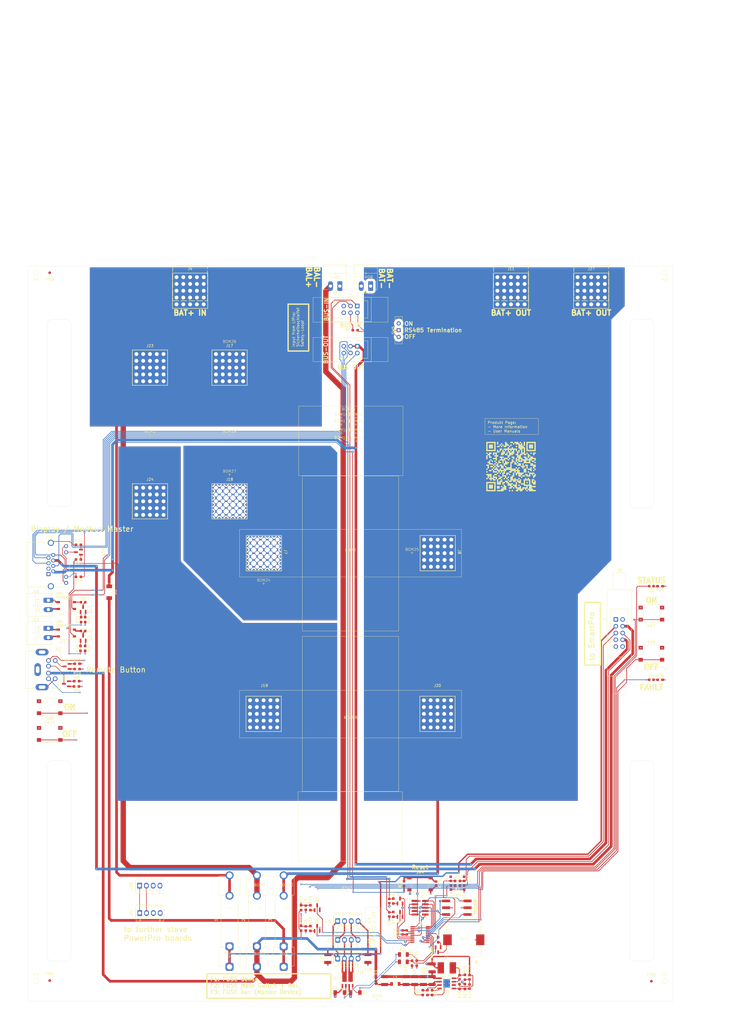
<source format=kicad_pcb>
(kicad_pcb
	(version 20241229)
	(generator "pcbnew")
	(generator_version "9.0")
	(general
		(thickness 1.627)
		(legacy_teardrops no)
	)
	(paper "A2" portrait)
	(layers
		(0 "F.Cu" signal)
		(4 "In1.Cu" signal)
		(6 "In2.Cu" signal)
		(8 "In3.Cu" signal)
		(10 "In4.Cu" signal)
		(2 "B.Cu" signal)
		(9 "F.Adhes" user "F.Adhesive")
		(11 "B.Adhes" user "B.Adhesive")
		(13 "F.Paste" user)
		(15 "B.Paste" user)
		(5 "F.SilkS" user "F.Silkscreen")
		(7 "B.SilkS" user "B.Silkscreen")
		(1 "F.Mask" user)
		(3 "B.Mask" user)
		(17 "Dwgs.User" user "User.Drawings")
		(19 "Cmts.User" user "User.Comments")
		(21 "Eco1.User" user "User.Eco1")
		(23 "Eco2.User" user "User.Eco2")
		(25 "Edge.Cuts" user)
		(27 "Margin" user)
		(31 "F.CrtYd" user "F.Courtyard")
		(29 "B.CrtYd" user "B.Courtyard")
		(35 "F.Fab" user)
		(33 "B.Fab" user)
		(39 "User.1" user)
		(41 "User.2" user)
		(43 "User.3" user)
		(45 "User.4" user)
		(47 "User.5" user)
		(49 "User.6" user)
		(51 "User.7" user)
		(53 "User.8" user)
		(55 "User.9" user)
	)
	(setup
		(stackup
			(layer "F.SilkS"
				(type "Top Silk Screen")
			)
			(layer "F.Paste"
				(type "Top Solder Paste")
			)
			(layer "F.Mask"
				(type "Top Solder Mask")
				(thickness 0.01)
			)
			(layer "F.Cu"
				(type "copper")
				(thickness 0.07)
			)
			(layer "dielectric 1"
				(type "prepreg")
				(thickness 0.1)
				(material "FR4")
				(epsilon_r 4.5)
				(loss_tangent 0.02)
			)
			(layer "In1.Cu"
				(type "copper")
				(thickness 0.07)
			)
			(layer "dielectric 2"
				(type "core")
				(thickness 0.4785)
				(material "FR4")
				(epsilon_r 4.5)
				(loss_tangent 0.02)
			)
			(layer "In2.Cu"
				(type "copper")
				(thickness 0.07)
			)
			(layer "dielectric 3"
				(type "prepreg")
				(thickness 0.1)
				(material "FR4")
				(epsilon_r 4.5)
				(loss_tangent 0.02)
			)
			(layer "In3.Cu"
				(type "copper")
				(thickness 0.035)
			)
			(layer "dielectric 4"
				(type "core")
				(thickness 0.4785)
				(material "FR4")
				(epsilon_r 4.5)
				(loss_tangent 0.02)
			)
			(layer "In4.Cu"
				(type "copper")
				(thickness 0.035)
			)
			(layer "dielectric 5"
				(type "prepreg")
				(thickness 0.1)
				(material "FR4")
				(epsilon_r 4.5)
				(loss_tangent 0.02)
			)
			(layer "B.Cu"
				(type "copper")
				(thickness 0.07)
			)
			(layer "B.Mask"
				(type "Bottom Solder Mask")
				(thickness 0.01)
			)
			(layer "B.Paste"
				(type "Bottom Solder Paste")
			)
			(layer "B.SilkS"
				(type "Bottom Silk Screen")
			)
			(copper_finish "None")
			(dielectric_constraints no)
		)
		(pad_to_mask_clearance 0)
		(allow_soldermask_bridges_in_footprints no)
		(tenting front back)
		(aux_axis_origin 52.5 120)
		(grid_origin 173 120)
		(pcbplotparams
			(layerselection 0x00000000_00000000_55555555_5755f5ff)
			(plot_on_all_layers_selection 0x00000000_00000000_00000000_00000000)
			(disableapertmacros no)
			(usegerberextensions no)
			(usegerberattributes yes)
			(usegerberadvancedattributes yes)
			(creategerberjobfile yes)
			(dashed_line_dash_ratio 12.000000)
			(dashed_line_gap_ratio 3.000000)
			(svgprecision 4)
			(plotframeref no)
			(mode 1)
			(useauxorigin no)
			(hpglpennumber 1)
			(hpglpenspeed 20)
			(hpglpendiameter 15.000000)
			(pdf_front_fp_property_popups yes)
			(pdf_back_fp_property_popups yes)
			(pdf_metadata yes)
			(pdf_single_document no)
			(dxfpolygonmode yes)
			(dxfimperialunits yes)
			(dxfusepcbnewfont yes)
			(psnegative no)
			(psa4output no)
			(plot_black_and_white yes)
			(plotinvisibletext no)
			(sketchpadsonfab no)
			(plotpadnumbers no)
			(hidednponfab no)
			(sketchdnponfab yes)
			(crossoutdnponfab yes)
			(subtractmaskfromsilk no)
			(outputformat 1)
			(mirror no)
			(drillshape 1)
			(scaleselection 1)
			(outputdirectory "")
		)
	)
	(net 0 "")
	(net 1 "GND")
	(net 2 "Net-(J10-Pin_3)")
	(net 3 "VCC")
	(net 4 "Net-(Q3-B)")
	(net 5 "/RESET")
	(net 6 "/SET")
	(net 7 "/Ub_FUSED")
	(net 8 "Net-(D3-K)")
	(net 9 "Net-(SW5-A)")
	(net 10 "/BMS_OK")
	(net 11 "Net-(U2-VIN)")
	(net 12 "Net-(U2-BST)")
	(net 13 "Net-(U2-SW)")
	(net 14 "Net-(C14-Pad1)")
	(net 15 "Net-(Q4-B)")
	(net 16 "Net-(U2-FB)")
	(net 17 "/B")
	(net 18 "/A")
	(net 19 "Net-(J10-Pin_2)")
	(net 20 "/BTN_ON")
	(net 21 "/BTN_OFF")
	(net 22 "/control/SWCLK")
	(net 23 "Net-(J12-~{RESET})")
	(net 24 "Net-(Q5-B)")
	(net 25 "/control/SWDIO")
	(net 26 "unconnected-(J12-KEY-Pad7)")
	(net 27 "Net-(Q1-B)")
	(net 28 "/LVP")
	(net 29 "/OVP")
	(net 30 "Net-(Q2-B)")
	(net 31 "Net-(Q6-B)")
	(net 32 "/LED_ERROR")
	(net 33 "/LED_ON")
	(net 34 "Net-(U2-EN{slash}UVLO)")
	(net 35 "Net-(U2-RON)")
	(net 36 "/BMS_OK_PROTECTED")
	(net 37 "/control/R2")
	(net 38 "/control/R1")
	(net 39 "/control/BTN_OFF")
	(net 40 "/control/BTN_ON")
	(net 41 "Net-(BZ1--)")
	(net 42 "Net-(Q8-B)")
	(net 43 "Net-(U1-PA9{slash}PA11)")
	(net 44 "Net-(U1-PC14)")
	(net 45 "Net-(U1-PC15)")
	(net 46 "unconnected-(U2-PGOOD-Pad6)")
	(net 47 "/~{OC_FAULT}")
	(net 48 "/LVP_IN")
	(net 49 "/OVP_IN")
	(net 50 "Net-(D4-K)")
	(net 51 "Net-(D5-K)")
	(net 52 "/control/RELAIS_RESET")
	(net 53 "/control/RELAIS_SET")
	(net 54 "unconnected-(J3-Pin_5-Pad5)")
	(net 55 "unconnected-(J3-Pin_6-Pad6)")
	(net 56 "Net-(J13-Pad10)")
	(net 57 "Net-(Q14-C)")
	(net 58 "/BAT+_IN")
	(net 59 "Net-(J9-Pin_3)")
	(net 60 "/BAT+_SI")
	(net 61 "/BAT+_OUT")
	(net 62 "unconnected-(J9-Pin_7-Pad7)")
	(net 63 "/B_OUT")
	(net 64 "/A_OUT")
	(net 65 "/GND_OUT")
	(net 66 "/+5V_OUT")
	(net 67 "Net-(D6-A)")
	(net 68 "/~{OC_FAULT_PROTECTED}")
	(net 69 "/VCC_FROM_EASY_SWITCH")
	(net 70 "unconnected-(SW5-C-Pad2)")
	(net 71 "Net-(D7-A)")
	(net 72 "Net-(D8-A)")
	(net 73 "Net-(D6-K)")
	(net 74 "Net-(D7-K)")
	(net 75 "Net-(D8-K)")
	(net 76 "Net-(J15-Pin_2)")
	(net 77 "Net-(J15-Pin_1)")
	(net 78 "Net-(J16-Pin_1)")
	(net 79 "Net-(J16-Pin_2)")
	(net 80 "Net-(Q1-C)")
	(net 81 "Net-(Q4-C)")
	(net 82 "Net-(Q1-E)")
	(net 83 "Net-(Q4-E)")
	(net 84 "Net-(Q9-E)")
	(net 85 "Net-(Q12-E)")
	(net 86 "Net-(Q14-E)")
	(net 87 "Net-(Q9-B)")
	(net 88 "Net-(Q12-B)")
	(net 89 "Net-(Q14-B)")
	(net 90 "unconnected-(J21-Pin_3-Pad3)")
	(net 91 "unconnected-(J21-Pin_4-Pad4)")
	(net 92 "/BAT+_SI2")
	(net 93 "unconnected-(J25-Pin_3-Pad3)")
	(net 94 "unconnected-(J25-Pin_4-Pad4)")
	(net 95 "Net-(J22-Pin_4)")
	(net 96 "Net-(J22-Pin_1)")
	(footprint "Package_SO:SO-4_4.4x4.3mm_P2.54mm" (layer "F.Cu") (at 66.75 257.25 180))
	(footprint "Capacitor_SMD:C_0603_1608Metric" (layer "F.Cu") (at 187.5 362.5 90))
	(footprint "Connector_IDC:IDC-Header_2x03_P2.54mm_Vertical" (layer "F.Cu") (at 175.54 150 -90))
	(footprint "Resistor_SMD:R_0603_1608Metric_Pad0.98x0.95mm_HandSolder" (layer "F.Cu") (at 174.75 144))
	(footprint "Capacitor_SMD:C_0603_1608Metric" (layer "F.Cu") (at 187.5 357.5 90))
	(footprint "Button_Switch_SMD:SW_SPST_Omron_B3FS-100xP" (layer "F.Cu") (at 285.5 265))
	(footprint "LED_SMD:LED_0603_1608Metric" (layer "F.Cu") (at 73 245.75 180))
	(footprint "myPackage_SO:HSOP-8-1EP_3.9x4.9mm_P1.27mm_EP2.41x3.1mm_ThermalVias_0.3mm" (layer "F.Cu") (at 208.955 388.3))
	(footprint "Capacitor_SMD:C_0603_1608Metric" (layer "F.Cu") (at 156.25 367.75 90))
	(footprint "Fiducial:Fiducial_1mm_Mask3mm" (layer "F.Cu") (at 60.5 387.25))
	(footprint "Package_TO_SOT_SMD:SOT-23" (layer "F.Cu") (at 73 248.4375 90))
	(footprint "myBOM:BOM_PART_2x2mm" (layer "F.Cu") (at 139 360))
	(footprint "myWürthSHFU:WP-SHFU_7461098_HAL_gewinkelt" (layer "F.Cu") (at 233 129.25))
	(footprint "Resistor_SMD:R_0603_1608Metric_Pad0.98x0.95mm_HandSolder" (layer "F.Cu") (at 197.75 380.75 -90))
	(footprint "Connector_Phoenix_MC:PhoenixContact_MC_1,5_2-G-3.5_1x02_P3.50mm_Horizontal" (layer "F.Cu") (at 169 127.5 180))
	(footprint "Connector_Phoenix_MC:PhoenixContact_MC_1,5_2-G-3.5_1x02_P3.50mm_Horizontal" (layer "F.Cu") (at 60 245 -90))
	(footprint "Capacitor_SMD:C_1210_3225Metric" (layer "F.Cu") (at 179.5 379 -90))
	(footprint "Resistor_SMD:R_1206_3216Metric" (layer "F.Cu") (at 192.75 380.25 180))
	(footprint "myWürthSHFU:WP-SHFU_7461098_HAL" (layer "F.Cu") (at 140.5 287.5))
	(footprint "Resistor_SMD:R_0603_1608Metric_Pad0.98x0.95mm_HandSolder" (layer "F.Cu") (at 288.75 239.75))
	(footprint "LED_SMD:LED_0603_1608Metric" (layer "F.Cu") (at 73 256.5 180))
	(footprint "Resistor_SMD:R_0603_1608Metric_Pad0.98x0.95mm_HandSolder" (layer "F.Cu") (at 71.25 224.25 180))
	(footprint "Resistor_SMD:R_0603_1608Metric_Pad0.98x0.95mm_HandSolder" (layer "F.Cu") (at 70.75 268.75))
	(footprint "myBOM:BOM_PART_2x2mm" (layer "F.Cu") (at 183 394.25))
	(footprint "Resistor_SMD:R_0603_1608Metric_Pad0.98x0.95mm_HandSolder" (layer "F.Cu") (at 200 391.75 -90))
	(footprint "Connector_IDC:IDC-Header_2x05_P2.54mm_Latch6.5mm_Vertical" (layer "F.Cu") (at 272.21 252.17))
	(footprint "myBOM:BOM_PART_2x2mm" (layer "F.Cu") (at 127.75 198))
	(footprint "myBOM:BOM_PART_2x2mm" (layer "F.Cu") (at 127.75 183))
	(footprint "myBOM:BOM_PART_2x2mm" (layer "F.Cu") (at 167.25 122.75 180))
	(footprint "Capacitor_SMD:C_0603_1608Metric" (layer "F.Cu") (at 217.5 389.5 -90))
	(footprint "myBOM:BOM_PART_2x2mm" (layer "F.Cu") (at 175.25 185.5))
	(footprint "Resistor_SMD:R_0603_1608Metric_Pad0.98x0.95mm_HandSolder" (layer "F.Cu") (at 70.5 277.25 180))
	(footprint "Capacitor_SMD:C_0603_1608Metric"
		(layer "F.Cu")
		(uuid "3028532f-368a-4177-8b9e-c03b4c0a5a4b")
		(at 156.25 360 90)
		(descr "Capacit
... [1931627 chars truncated]
</source>
